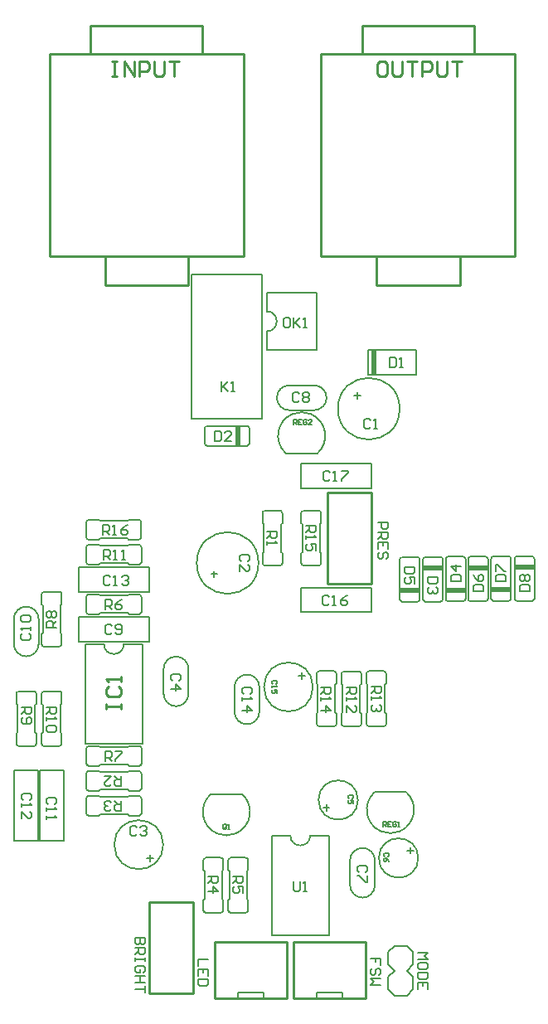
<source format=gto>
G04*
G04 #@! TF.GenerationSoftware,Altium Limited,Altium Designer,19.0.9 (268)*
G04*
G04 Layer_Color=65535*
%FSLAX25Y25*%
%MOIN*%
G70*
G01*
G75*
%ADD10C,0.00600*%
%ADD11C,0.01000*%
%ADD12C,0.00500*%
%ADD13C,0.00787*%
%ADD14C,0.00800*%
%ADD15R,0.02000X0.08000*%
%ADD16R,0.08000X0.02000*%
%ADD17R,0.02000X0.10000*%
D10*
X84500Y37737D02*
G03*
X85500Y36737I1000J0D01*
G01*
X91500D02*
G03*
X92500Y37737I0J1000D01*
G01*
Y57863D02*
G03*
X91500Y58863I-1000J0D01*
G01*
X85500D02*
G03*
X84500Y57863I0J-1000D01*
G01*
X146606Y82072D02*
G03*
X146606Y82072I-7906J0D01*
G01*
X119032Y248800D02*
G03*
X114032Y243800I0J-5000D01*
G01*
D02*
G03*
X119032Y238800I5000J0D01*
G01*
X129032D02*
G03*
X134032Y243800I0J5000D01*
G01*
D02*
G03*
X129032Y248800I-5000J0D01*
G01*
X37420Y187720D02*
G03*
X38420Y186720I1000J0D01*
G01*
Y194720D02*
G03*
X37420Y193720I0J-1000D01*
G01*
X59546D02*
G03*
X58546Y194720I-1000J0D01*
G01*
Y186720D02*
G03*
X59546Y187720I0J1000D01*
G01*
X110000Y270500D02*
G03*
X110000Y278500I0J4000D01*
G01*
X120185Y237200D02*
G03*
X117579Y221500I3816J-8700D01*
G01*
X127816Y237200D02*
G03*
X120184Y237200I-3816J-8701D01*
G01*
X130421Y221500D02*
G03*
X127815Y237200I-6422J7000D01*
G01*
X128543Y127500D02*
G03*
X128543Y127500I-9843J0D01*
G01*
X102000Y112503D02*
G03*
X107000Y117503I0J5000D01*
G01*
X97000D02*
G03*
X102000Y112503I5000J0D01*
G01*
Y132503D02*
G03*
X97000Y127503I0J-5000D01*
G01*
X107000D02*
G03*
X102000Y132503I-5000J0D01*
G01*
X97577Y68606D02*
G03*
X100183Y84306I-3816J8700D01*
G01*
X89946Y68606D02*
G03*
X97578Y68606I3816J8701D01*
G01*
X87341Y84306D02*
G03*
X89947Y68606I6422J-7000D01*
G01*
X101500Y36743D02*
G03*
X102500Y37743I0J1000D01*
G01*
X94500D02*
G03*
X95500Y36743I1000J0D01*
G01*
Y58869D02*
G03*
X94500Y57869I0J-1000D01*
G01*
X102500D02*
G03*
X101500Y58869I-1000J0D01*
G01*
X103000Y231500D02*
G03*
X102000Y232500I-1000J0D01*
G01*
Y224500D02*
G03*
X103000Y225500I0J1000D01*
G01*
X85000D02*
G03*
X86000Y224500I1000J0D01*
G01*
Y232500D02*
G03*
X85000Y231500I0J-1000D01*
G01*
X190916Y162920D02*
G03*
X191916Y161920I1000J0D01*
G01*
X197915D02*
G03*
X198916Y162920I0J1000D01*
G01*
Y178920D02*
G03*
X197915Y179920I-1000J0D01*
G01*
X191916D02*
G03*
X190916Y178920I0J-1000D01*
G01*
X18275Y154813D02*
G03*
X13275Y159813I-5000J0D01*
G01*
D02*
G03*
X8275Y154813I0J-5000D01*
G01*
Y144813D02*
G03*
X13275Y139813I5000J0D01*
G01*
D02*
G03*
X18275Y144813I0J5000D01*
G01*
X37437Y76769D02*
G03*
X38437Y75769I1000J0D01*
G01*
Y83769D02*
G03*
X37437Y82769I0J-1000D01*
G01*
X59563D02*
G03*
X58563Y83769I-1000J0D01*
G01*
Y75769D02*
G03*
X59563Y76769I0J1000D01*
G01*
X38437Y93768D02*
G03*
X37437Y92768I0J-1000D01*
G01*
X59563D02*
G03*
X58563Y93768I-1000J0D01*
G01*
X37437Y86768D02*
G03*
X38437Y85768I1000J0D01*
G01*
X58563D02*
G03*
X59563Y86768I0J1000D01*
G01*
X153266Y85184D02*
G03*
X155871Y69484I6422J-7000D01*
G01*
X155870Y69484D02*
G03*
X163503Y69484I3816J8701D01*
G01*
X163502Y69484D02*
G03*
X166107Y85184I-3816J8700D01*
G01*
X119462Y67806D02*
G03*
X127462Y67806I4000J0D01*
G01*
X170868Y58746D02*
G03*
X170868Y58746I-7906J0D01*
G01*
X143462Y47806D02*
G03*
X148462Y42806I5000J0D01*
G01*
D02*
G03*
X153462Y47806I0J5000D01*
G01*
Y57806D02*
G03*
X148462Y62806I-5000J0D01*
G01*
D02*
G03*
X143462Y57806I0J-5000D01*
G01*
X68343Y64110D02*
G03*
X68343Y64110I-9843J0D01*
G01*
X78520Y134769D02*
G03*
X73520Y139769I-5000J0D01*
G01*
Y119769D02*
G03*
X78520Y124769I0J5000D01*
G01*
X73520Y139769D02*
G03*
X68520Y134769I0J-5000D01*
G01*
Y124769D02*
G03*
X73520Y119769I5000J0D01*
G01*
X131000Y133863D02*
G03*
X130000Y132863I0J-1000D01*
G01*
X138000D02*
G03*
X137000Y133863I-1000J0D01*
G01*
X130000Y112737D02*
G03*
X131000Y111737I1000J0D01*
G01*
X137000D02*
G03*
X138000Y112737I0J1000D01*
G01*
X58637Y95766D02*
G03*
X59637Y96766I0J1000D01*
G01*
Y102766D02*
G03*
X58637Y103766I-1000J0D01*
G01*
X38511D02*
G03*
X37511Y102766I0J-1000D01*
G01*
Y96766D02*
G03*
X38511Y95766I1000J0D01*
G01*
X208189Y179077D02*
G03*
X207189Y180077I-1000J0D01*
G01*
X201189D02*
G03*
X200189Y179077I0J-1000D01*
G01*
Y163077D02*
G03*
X201189Y162077I1000J0D01*
G01*
X207189D02*
G03*
X208189Y163077I0J1000D01*
G01*
X163402Y239366D02*
G03*
X163402Y239366I-12402J0D01*
G01*
X106640Y177351D02*
G03*
X106640Y177351I-12402J0D01*
G01*
X44517Y144769D02*
G03*
X52517Y144769I4000J0D01*
G01*
X170519Y161800D02*
G03*
X171519Y162800I0J1000D01*
G01*
X163519D02*
G03*
X164519Y161800I1000J0D01*
G01*
Y179800D02*
G03*
X163519Y178800I0J-1000D01*
G01*
X171519D02*
G03*
X170519Y179800I-1000J0D01*
G01*
X188917Y161920D02*
G03*
X189917Y162920I0J1000D01*
G01*
X181917D02*
G03*
X182917Y161920I1000J0D01*
G01*
Y179920D02*
G03*
X181917Y178920I0J-1000D01*
G01*
X189917D02*
G03*
X188917Y179920I-1000J0D01*
G01*
X173788Y179820D02*
G03*
X172788Y178820I0J-1000D01*
G01*
X180788D02*
G03*
X179788Y179820I-1000J0D01*
G01*
Y161820D02*
G03*
X180788Y162820I0J1000D01*
G01*
X172788D02*
G03*
X173788Y161820I1000J0D01*
G01*
X210576Y180077D02*
G03*
X209576Y179077I0J-1000D01*
G01*
X217576D02*
G03*
X216576Y180077I-1000J0D01*
G01*
Y162077D02*
G03*
X217576Y163077I0J1000D01*
G01*
X209576D02*
G03*
X210576Y162077I1000J0D01*
G01*
X26519Y103706D02*
G03*
X27519Y104706I0J1000D01*
G01*
X19519D02*
G03*
X20519Y103706I1000J0D01*
G01*
Y125832D02*
G03*
X19519Y124832I0J-1000D01*
G01*
X27519D02*
G03*
X26519Y125832I-1000J0D01*
G01*
X16275Y103706D02*
G03*
X17275Y104706I0J1000D01*
G01*
X9275D02*
G03*
X10275Y103706I1000J0D01*
G01*
Y125832D02*
G03*
X9275Y124832I0J-1000D01*
G01*
X17275D02*
G03*
X16275Y125832I-1000J0D01*
G01*
X157000Y111737D02*
G03*
X158000Y112737I0J1000D01*
G01*
X150000D02*
G03*
X151000Y111737I1000J0D01*
G01*
Y133863D02*
G03*
X150000Y132863I0J-1000D01*
G01*
X158000D02*
G03*
X157000Y133863I-1000J0D01*
G01*
X124854Y198449D02*
G03*
X123854Y197449I0J-1000D01*
G01*
X131854D02*
G03*
X130854Y198449I-1000J0D01*
G01*
Y176323D02*
G03*
X131854Y177323I0J1000D01*
G01*
X123854D02*
G03*
X124854Y176323I1000J0D01*
G01*
X147000Y111706D02*
G03*
X148000Y112706I0J1000D01*
G01*
X140000D02*
G03*
X141000Y111706I1000J0D01*
G01*
Y133832D02*
G03*
X140000Y132832I0J-1000D01*
G01*
X148000D02*
G03*
X147000Y133832I-1000J0D01*
G01*
X26519Y143707D02*
G03*
X27519Y144707I0J1000D01*
G01*
X19519D02*
G03*
X20519Y143707I1000J0D01*
G01*
Y165833D02*
G03*
X19519Y164833I0J-1000D01*
G01*
X27519D02*
G03*
X26519Y165833I-1000J0D01*
G01*
X37437Y157740D02*
G03*
X38437Y156740I1000J0D01*
G01*
Y164740D02*
G03*
X37437Y163740I0J-1000D01*
G01*
X59563D02*
G03*
X58563Y164740I-1000J0D01*
G01*
Y156740D02*
G03*
X59563Y157740I0J1000D01*
G01*
X37437Y177720D02*
G03*
X38437Y176720I1000J0D01*
G01*
Y184720D02*
G03*
X37437Y183720I0J-1000D01*
G01*
X59563D02*
G03*
X58563Y184720I-1000J0D01*
G01*
Y176720D02*
G03*
X59563Y177720I0J1000D01*
G01*
X109238Y198468D02*
G03*
X108238Y197468I0J-1000D01*
G01*
X116238D02*
G03*
X115238Y198468I-1000J0D01*
G01*
Y176342D02*
G03*
X116238Y177342I0J1000D01*
G01*
X108238D02*
G03*
X109238Y176342I1000J0D01*
G01*
X84500Y53863D02*
X85000Y53363D01*
X92000D02*
X92500Y53863D01*
X84500Y41737D02*
X85000Y42237D01*
X92000D02*
X92500Y41737D01*
X84500Y53863D02*
Y57863D01*
X92500Y53863D02*
Y57863D01*
X84500Y37737D02*
Y41737D01*
X92500Y37737D02*
Y41737D01*
X85000Y42237D02*
Y53363D01*
X92000Y42237D02*
Y53363D01*
X85500Y58863D02*
X91500D01*
X85500Y36737D02*
X91500D01*
X133900Y80203D02*
X133928Y77738D01*
X132642Y78987D02*
X135142D01*
X119032Y248800D02*
X129032D01*
X119032Y238800D02*
X126532D01*
X129032D01*
X59546Y187720D02*
Y193720D01*
X37420Y187720D02*
Y193720D01*
X42920Y194220D02*
X54046D01*
X42920Y187220D02*
X54046D01*
X54546Y194720D02*
X58546D01*
X54546Y186720D02*
X58546D01*
X38420Y194720D02*
X42420D01*
X38420Y186720D02*
X42420D01*
X54046Y194220D02*
X54546Y194720D01*
X54046Y187220D02*
X54546Y186720D01*
X42420Y194720D02*
X42920Y194220D01*
X42420Y186720D02*
X42920Y187220D01*
X110000Y286000D02*
X130000D01*
X110000Y263000D02*
X130000D01*
Y286000D01*
X110000Y263000D02*
Y270500D01*
Y278500D02*
Y286000D01*
X117579Y221500D02*
X130421D01*
X124100Y130700D02*
Y133300D01*
X122800Y132000D02*
X125300D01*
X97000Y117503D02*
Y120003D01*
Y127503D01*
X107000Y117503D02*
Y127503D01*
X87341Y84306D02*
X100183D01*
X95500Y58869D02*
X101500D01*
X95500Y36743D02*
X101500D01*
X95000Y42243D02*
Y53369D01*
X102000Y42243D02*
Y53369D01*
X94500Y53869D02*
Y57869D01*
X102500Y53869D02*
Y57869D01*
X94500Y37743D02*
Y41743D01*
X102500Y37743D02*
Y41743D01*
X94500Y53869D02*
X95000Y53369D01*
X102000D02*
X102500Y53869D01*
X94500Y41743D02*
X95000Y42243D01*
X102000D02*
X102500Y41743D01*
X103000Y225500D02*
Y231500D01*
X86000Y224500D02*
X102000D01*
X86000Y232500D02*
X102000D01*
X85000Y225500D02*
Y231500D01*
X191916Y161920D02*
X197915D01*
X190916Y162920D02*
Y178920D01*
X198916Y162920D02*
Y178920D01*
X191916Y179920D02*
X197915D01*
X18275Y144813D02*
Y154813D01*
X8275Y147313D02*
Y154813D01*
Y144813D02*
Y147313D01*
X59563Y76769D02*
Y82769D01*
X37437Y76769D02*
Y82769D01*
X42937Y83269D02*
X54063D01*
X42937Y76269D02*
X54063D01*
X54563Y83769D02*
X58563D01*
X54563Y75769D02*
X58563D01*
X38437Y83769D02*
X42437D01*
X38437Y75769D02*
X42437D01*
X54063Y83269D02*
X54563Y83769D01*
X54063Y76269D02*
X54563Y75769D01*
X42437Y83769D02*
X42937Y83269D01*
X42437Y75769D02*
X42937Y76269D01*
X38437Y93768D02*
X42437D01*
X42937Y93268D01*
X54063D01*
X54563Y93768D02*
X58563D01*
X54063Y93268D02*
X54563Y93768D01*
X59563Y86768D02*
Y92768D01*
X37437Y86768D02*
Y92768D01*
X38437Y85768D02*
X42437D01*
X42937Y86268D01*
X54063D01*
X54563Y85768D01*
X58563D01*
X153266Y85184D02*
X166107D01*
X134962Y27806D02*
Y67806D01*
X127462D02*
X134962D01*
X111962D02*
X119462D01*
X111962Y27806D02*
Y67806D01*
Y27806D02*
X134962D01*
X166520Y61831D02*
X169020D01*
X167734Y63079D02*
X167762Y60614D01*
X143462Y47806D02*
Y57806D01*
X153462Y47806D02*
Y55306D01*
Y57806D01*
X63000Y57510D02*
Y60010D01*
X61700Y58710D02*
X64300D01*
X78520Y124769D02*
Y134769D01*
X68520Y127269D02*
Y134769D01*
Y124769D02*
Y127269D01*
X131000Y133863D02*
X137000D01*
X130000Y128863D02*
Y132863D01*
Y128863D02*
X130500Y128363D01*
Y117237D02*
Y128363D01*
X138000Y128863D02*
Y132863D01*
X137500Y117237D02*
Y128363D01*
X138000Y128863D01*
X130000Y112737D02*
Y116737D01*
X130500Y117237D01*
X137500D02*
X138000Y116737D01*
Y112737D02*
Y116737D01*
X131000Y111737D02*
X137000D01*
X42511Y95766D02*
X43011Y96266D01*
X42511Y103766D02*
X43011Y103266D01*
X54137Y96266D02*
X54637Y95766D01*
X54137Y103266D02*
X54637Y103766D01*
X38511Y95766D02*
X42511D01*
X38511Y103766D02*
X42511D01*
X54637Y95766D02*
X58637D01*
X54637Y103766D02*
X58637D01*
X43011Y96266D02*
X54137D01*
X43011Y103266D02*
X54137D01*
X37511Y96766D02*
Y102766D01*
X59637Y96766D02*
Y102766D01*
X201189Y180077D02*
X207189D01*
X208189Y163077D02*
Y179077D01*
X200189Y163077D02*
Y179077D01*
X201189Y162077D02*
X207189D01*
X145200Y244766D02*
X147800D01*
X146500Y243466D02*
Y245966D01*
X88838Y171552D02*
Y174152D01*
X87638Y172852D02*
X90138D01*
X150669Y263000D02*
X154669D01*
X154069D02*
X170019D01*
X150669Y253000D02*
Y263000D01*
X170019Y253000D02*
Y263000D01*
X150719Y253000D02*
X170019D01*
X37017Y104769D02*
X60017D01*
X37017D02*
Y144769D01*
X44517D01*
X52517D02*
X60017D01*
Y104769D02*
Y144769D01*
X164519Y161800D02*
X170519D01*
X163519Y162800D02*
Y178800D01*
X171519Y162800D02*
Y178800D01*
X164519Y179800D02*
X170519D01*
X182917Y161920D02*
X188917D01*
X181917Y162920D02*
Y178920D01*
X189917Y162920D02*
Y178920D01*
X182917Y179920D02*
X188917D01*
X173788Y179820D02*
X179788D01*
X180788Y162820D02*
Y178820D01*
X172788Y162820D02*
Y178820D01*
X173788Y161820D02*
X179788D01*
X210576Y180077D02*
X216576D01*
X217576Y163077D02*
Y179077D01*
X209576Y163077D02*
Y179077D01*
X210576Y162077D02*
X216576D01*
X8393Y65664D02*
X18157D01*
X8393D02*
Y93876D01*
X18157D01*
Y65664D02*
Y93876D01*
X18637Y65664D02*
X28401D01*
X18637D02*
Y93876D01*
X28401D01*
Y65664D02*
Y93876D01*
X151931Y207469D02*
Y217233D01*
X123720Y207469D02*
X151931D01*
X123720D02*
Y217233D01*
X151931D01*
X123720Y157524D02*
Y167288D01*
X151931D01*
Y157524D02*
Y167288D01*
X123720Y157524D02*
X151931D01*
X62606Y165840D02*
Y175604D01*
X34394Y165840D02*
X62606D01*
X34394D02*
Y175604D01*
X62606D01*
X62605Y145748D02*
Y155512D01*
X34393Y145748D02*
X62605D01*
X34393D02*
Y155512D01*
X62605D01*
X20519Y125832D02*
X26519D01*
X20519Y103706D02*
X26519D01*
X20019Y109206D02*
Y120332D01*
X27019Y109206D02*
Y120332D01*
X19519Y120832D02*
Y124832D01*
X27519Y120832D02*
Y124832D01*
X19519Y104706D02*
Y108706D01*
X27519Y104706D02*
Y108706D01*
X19519Y120832D02*
X20019Y120332D01*
X27019D02*
X27519Y120832D01*
X19519Y108706D02*
X20019Y109206D01*
X27019D02*
X27519Y108706D01*
X10275Y125832D02*
X16275D01*
X10275Y103706D02*
X16275D01*
X9775Y109206D02*
Y120332D01*
X16775Y109206D02*
Y120332D01*
X9275Y120832D02*
Y124832D01*
X17275Y120832D02*
Y124832D01*
X9275Y104706D02*
Y108706D01*
X17275Y104706D02*
Y108706D01*
X9275Y120832D02*
X9775Y120332D01*
X16775D02*
X17275Y120832D01*
X9275Y108706D02*
X9775Y109206D01*
X16775D02*
X17275Y108706D01*
X151000Y133863D02*
X157000D01*
X151000Y111737D02*
X157000D01*
X150500Y117237D02*
Y128363D01*
X157500Y117237D02*
Y128363D01*
X150000Y128863D02*
Y132863D01*
X158000Y128863D02*
Y132863D01*
X150000Y112737D02*
Y116737D01*
X158000Y112737D02*
Y116737D01*
X150000Y128863D02*
X150500Y128363D01*
X157500D02*
X158000Y128863D01*
X150000Y116737D02*
X150500Y117237D01*
X157500D02*
X158000Y116737D01*
X124854Y176323D02*
X130854D01*
X124854Y198449D02*
X130854D01*
X131354Y181823D02*
Y192949D01*
X124354Y181823D02*
Y192949D01*
X131854Y177323D02*
Y181323D01*
X123854Y177323D02*
Y181323D01*
X131854Y193449D02*
Y197449D01*
X123854Y193449D02*
Y197449D01*
X131354Y181823D02*
X131854Y181323D01*
X123854D02*
X124354Y181823D01*
X131354Y192949D02*
X131854Y193449D01*
X123854D02*
X124354Y192949D01*
X141000Y133832D02*
X147000D01*
X141000Y111706D02*
X147000D01*
X140500Y117206D02*
Y128332D01*
X147500Y117206D02*
Y128332D01*
X140000Y128832D02*
Y132832D01*
X148000Y128832D02*
Y132832D01*
X140000Y112706D02*
Y116706D01*
X148000Y112706D02*
Y116706D01*
X140000Y128832D02*
X140500Y128332D01*
X147500D02*
X148000Y128832D01*
X140000Y116706D02*
X140500Y117206D01*
X147500D02*
X148000Y116706D01*
X20519Y165833D02*
X26519D01*
X20519Y143707D02*
X26519D01*
X20019Y149207D02*
Y160333D01*
X27019Y149207D02*
Y160333D01*
X19519Y160833D02*
Y164833D01*
X27519Y160833D02*
Y164833D01*
X19519Y144707D02*
Y148707D01*
X27519Y144707D02*
Y148707D01*
X19519Y160833D02*
X20019Y160333D01*
X27019D02*
X27519Y160833D01*
X19519Y148707D02*
X20019Y149207D01*
X27019D02*
X27519Y148707D01*
X59563Y157740D02*
Y163740D01*
X37437Y157740D02*
Y163740D01*
X42937Y164240D02*
X54063D01*
X42937Y157240D02*
X54063D01*
X54563Y164740D02*
X58563D01*
X54563Y156740D02*
X58563D01*
X38437Y164740D02*
X42437D01*
X38437Y156740D02*
X42437D01*
X54063Y164240D02*
X54563Y164740D01*
X54063Y157240D02*
X54563Y156740D01*
X42437Y164740D02*
X42937Y164240D01*
X42437Y156740D02*
X42937Y157240D01*
X59563Y177720D02*
Y183720D01*
X37437Y177720D02*
Y183720D01*
X42937Y184220D02*
X54063D01*
X42937Y177220D02*
X54063D01*
X54563Y184720D02*
X58563D01*
X54563Y176720D02*
X58563D01*
X38437Y184720D02*
X42437D01*
X38437Y176720D02*
X42437D01*
X54063Y184220D02*
X54563Y184720D01*
X54063Y177220D02*
X54563Y176720D01*
X42437Y184720D02*
X42937Y184220D01*
X42437Y176720D02*
X42937Y177220D01*
X109238Y176342D02*
X115238D01*
X109238Y198468D02*
X115238D01*
X115738Y181842D02*
Y192968D01*
X108738Y181842D02*
Y192968D01*
X116238Y177342D02*
Y181342D01*
X108238Y177342D02*
Y181342D01*
X116238Y193468D02*
Y197468D01*
X108238Y193468D02*
Y197468D01*
X115738Y181842D02*
X116238Y181342D01*
X108238D02*
X108738Y181842D01*
X115738Y192968D02*
X116238Y193468D01*
X108238D02*
X108738Y192968D01*
X144366Y82567D02*
X144699Y82900D01*
Y83567D01*
X144366Y83900D01*
X143033D01*
X142700Y83567D01*
Y82900D01*
X143033Y82567D01*
X144699Y80568D02*
Y81901D01*
X143700D01*
X144033Y81234D01*
Y80901D01*
X143700Y80568D01*
X143033D01*
X142700Y80901D01*
Y81567D01*
X143033Y81901D01*
X93799Y70833D02*
Y72166D01*
X93466Y72499D01*
X92799D01*
X92466Y72166D01*
Y70833D01*
X92799Y70500D01*
X93466D01*
X93133Y71166D02*
X93799Y70500D01*
X93466D02*
X93799Y70833D01*
X94466Y70500D02*
X95132D01*
X94799D01*
Y72499D01*
X94466Y72166D01*
X120762Y233095D02*
Y235094D01*
X121762D01*
X122095Y234761D01*
Y234094D01*
X121762Y233761D01*
X120762D01*
X121428D02*
X122095Y233095D01*
X124094Y235094D02*
X122761D01*
Y233095D01*
X124094D01*
X122761Y234094D02*
X123428D01*
X126094Y234761D02*
X125760Y235094D01*
X125094D01*
X124761Y234761D01*
Y233428D01*
X125094Y233095D01*
X125760D01*
X126094Y233428D01*
Y234094D01*
X125427D01*
X128093Y233095D02*
X126760D01*
X128093Y234427D01*
Y234761D01*
X127760Y235094D01*
X127093D01*
X126760Y234761D01*
X113685Y128667D02*
X114018Y129000D01*
Y129667D01*
X113685Y130000D01*
X112352D01*
X112019Y129667D01*
Y129000D01*
X112352Y128667D01*
X112019Y128001D02*
Y127334D01*
Y127667D01*
X114018D01*
X113685Y128001D01*
X114018Y125002D02*
Y126335D01*
X113019D01*
X113352Y125668D01*
Y125335D01*
X113019Y125002D01*
X112352D01*
X112019Y125335D01*
Y126001D01*
X112352Y126335D01*
X156576Y71378D02*
Y73377D01*
X157576D01*
X157909Y73044D01*
Y72377D01*
X157576Y72044D01*
X156576D01*
X157243D02*
X157909Y71378D01*
X159908Y73377D02*
X158576D01*
Y71378D01*
X159908D01*
X158576Y72377D02*
X159242D01*
X161908Y73044D02*
X161575Y73377D01*
X160908D01*
X160575Y73044D01*
Y71711D01*
X160908Y71378D01*
X161575D01*
X161908Y71711D01*
Y72377D01*
X161241D01*
X162574Y71378D02*
X163241D01*
X162908D01*
Y73377D01*
X162574Y73044D01*
X158628Y59473D02*
X158961Y59806D01*
Y60473D01*
X158628Y60806D01*
X157295D01*
X156962Y60473D01*
Y59806D01*
X157295Y59473D01*
X158961Y57474D02*
X158628Y58140D01*
X157962Y58807D01*
X157295D01*
X156962Y58473D01*
Y57807D01*
X157295Y57474D01*
X157628D01*
X157962Y57807D01*
Y58807D01*
D11*
X80458Y4493D02*
Y41107D01*
X62742D02*
X80458D01*
X62742Y4493D02*
Y41107D01*
Y4493D02*
X80458D01*
X149819Y2318D02*
Y24956D01*
X120685Y2318D02*
X149819D01*
X120685D02*
Y24956D01*
X149819D01*
X118067Y2318D02*
Y24956D01*
X88933Y2318D02*
X118067D01*
X88933D02*
Y24956D01*
X118067D01*
X151983Y169099D02*
Y205713D01*
X134267D02*
X151983D01*
X134267Y169099D02*
Y205713D01*
Y169099D02*
X151983D01*
X131860Y381848D02*
X148419D01*
Y393462D01*
Y381848D02*
X193301D01*
X148419Y393462D02*
X193301D01*
Y381848D02*
Y393462D01*
Y381848D02*
X209860D01*
Y300746D02*
Y381848D01*
X187592Y300746D02*
X209860D01*
X154128D02*
X187592D01*
Y288935D02*
Y300746D01*
X154128Y288935D02*
X187592D01*
X154128D02*
Y300746D01*
X131860D02*
X154128D01*
X131860D02*
Y381848D01*
X22641D02*
X39200D01*
Y393462D01*
Y381848D02*
X84082D01*
X39200Y393462D02*
X84082D01*
Y381848D02*
Y393462D01*
Y381848D02*
X100641D01*
Y300746D02*
Y381848D01*
X78373Y300746D02*
X100641D01*
X44909D02*
X78373D01*
Y288935D02*
Y300746D01*
X44909Y288935D02*
X78373D01*
X44909D02*
Y300746D01*
X22641D02*
X44909D01*
X22641D02*
Y381848D01*
X157359Y379098D02*
X155360D01*
X154360Y378098D01*
Y374100D01*
X155360Y373100D01*
X157359D01*
X158359Y374100D01*
Y378098D01*
X157359Y379098D01*
X160358D02*
Y374100D01*
X161358Y373100D01*
X163357D01*
X164357Y374100D01*
Y379098D01*
X166356D02*
X170355D01*
X168356D01*
Y373100D01*
X172354D02*
Y379098D01*
X175353D01*
X176353Y378098D01*
Y376099D01*
X175353Y375099D01*
X172354D01*
X178352Y379098D02*
Y374100D01*
X179352Y373100D01*
X181351D01*
X182351Y374100D01*
Y379098D01*
X184350D02*
X188349D01*
X186350D01*
Y373100D01*
X47641Y379098D02*
X49640D01*
X48641D01*
Y373100D01*
X47641D01*
X49640D01*
X52639D02*
Y379098D01*
X56638Y373100D01*
Y379098D01*
X58637Y373100D02*
Y379098D01*
X61637D01*
X62636Y378098D01*
Y376099D01*
X61637Y375099D01*
X58637D01*
X64635Y379098D02*
Y374100D01*
X65635Y373100D01*
X67634D01*
X68634Y374100D01*
Y379098D01*
X70634D02*
X74632D01*
X72633D01*
Y373100D01*
X45519Y118769D02*
Y120768D01*
Y119769D01*
X51517D01*
Y118769D01*
Y120768D01*
X46519Y127766D02*
X45519Y126766D01*
Y124767D01*
X46519Y123767D01*
X50517D01*
X51517Y124767D01*
Y126766D01*
X50517Y127766D01*
X51517Y129765D02*
Y131765D01*
Y130765D01*
X45519D01*
X46519Y129765D01*
D12*
X158847Y16000D02*
Y21000D01*
X168847Y16000D02*
Y21000D01*
X158847Y6000D02*
Y11000D01*
X168847Y6000D02*
Y11000D01*
X161347Y23500D02*
X166347D01*
X161347Y3500D02*
X166347D01*
X158847Y21000D02*
X161347Y23500D01*
X166347D02*
X168847Y21000D01*
X158847Y11000D02*
X161347Y13500D01*
X158847Y6000D02*
X161347Y3500D01*
X166347Y13500D02*
X168847Y16000D01*
X166347Y3500D02*
X168847Y6000D01*
X166347Y13500D02*
X168847Y11000D01*
X158847Y16000D02*
X161347Y13500D01*
D13*
X130134Y2545D02*
Y4513D01*
X140370D01*
Y2545D02*
Y4513D01*
X98382Y2545D02*
Y4513D01*
X108618D01*
Y2545D02*
Y4513D01*
D14*
X79827Y235350D02*
Y293224D01*
Y235350D02*
X108173D01*
Y293224D01*
X79827D02*
X108173D01*
X60899Y26600D02*
X56900D01*
Y24601D01*
X57566Y23934D01*
X58233D01*
X58899Y24601D01*
Y26600D01*
Y24601D01*
X59566Y23934D01*
X60232D01*
X60899Y24601D01*
Y26600D01*
X56900Y22601D02*
X60899D01*
Y20602D01*
X60232Y19936D01*
X58899D01*
X58233Y20602D01*
Y22601D01*
Y21268D02*
X56900Y19936D01*
X60899Y18603D02*
Y17270D01*
Y17936D01*
X56900D01*
Y18603D01*
Y17270D01*
X60232Y12605D02*
X60899Y13271D01*
Y14604D01*
X60232Y15270D01*
X57566D01*
X56900Y14604D01*
Y13271D01*
X57566Y12605D01*
X58899D01*
Y13937D01*
X60899Y11272D02*
X56900D01*
X58899D01*
Y8606D01*
X60899D01*
X56900D01*
X60899Y7273D02*
Y4607D01*
Y5940D01*
X56900D01*
X122960Y245332D02*
X122293Y245999D01*
X120960D01*
X120294Y245332D01*
Y242666D01*
X120960Y242000D01*
X122293D01*
X122960Y242666D01*
X124293Y245332D02*
X124959Y245999D01*
X126292D01*
X126959Y245332D01*
Y244666D01*
X126292Y243999D01*
X126959Y243333D01*
Y242666D01*
X126292Y242000D01*
X124959D01*
X124293Y242666D01*
Y243333D01*
X124959Y243999D01*
X124293Y244666D01*
Y245332D01*
X124959Y243999D02*
X126292D01*
X96549Y51500D02*
X100548D01*
Y49501D01*
X99881Y48834D01*
X98548D01*
X97882Y49501D01*
Y51500D01*
Y50167D02*
X96549Y48834D01*
X100548Y44835D02*
Y47501D01*
X98548D01*
X99215Y46168D01*
Y45502D01*
X98548Y44835D01*
X97215D01*
X96549Y45502D01*
Y46835D01*
X97215Y47501D01*
X118599Y275899D02*
X117266D01*
X116600Y275232D01*
Y272566D01*
X117266Y271900D01*
X118599D01*
X119266Y272566D01*
Y275232D01*
X118599Y275899D01*
X120599D02*
Y271900D01*
Y273233D01*
X123265Y275899D01*
X121265Y273899D01*
X123265Y271900D01*
X124597D02*
X125930D01*
X125264D01*
Y275899D01*
X124597Y275232D01*
X170847Y20568D02*
X174846D01*
X173513Y19235D01*
X174846Y17902D01*
X170847D01*
X174846Y14570D02*
Y15902D01*
X174179Y16569D01*
X171513D01*
X170847Y15902D01*
Y14570D01*
X171513Y13903D01*
X174179D01*
X174846Y14570D01*
Y12570D02*
X170847D01*
Y10571D01*
X171513Y9905D01*
X174179D01*
X174846Y10571D01*
Y12570D01*
Y5906D02*
Y8572D01*
X170847D01*
Y5906D01*
X172846Y8572D02*
Y7239D01*
X88900Y230399D02*
Y226400D01*
X90899D01*
X91566Y227066D01*
Y229732D01*
X90899Y230399D01*
X88900D01*
X95565Y226400D02*
X92899D01*
X95565Y229066D01*
Y229732D01*
X94898Y230399D01*
X93565D01*
X92899Y229732D01*
X86412Y51494D02*
X90411D01*
Y49495D01*
X89744Y48828D01*
X88411D01*
X87745Y49495D01*
Y51494D01*
Y50161D02*
X86412Y48828D01*
Y45496D02*
X90411D01*
X88411Y47495D01*
Y44829D01*
X86499Y18000D02*
X82500D01*
Y15334D01*
X86499Y11336D02*
Y14001D01*
X82500D01*
Y11336D01*
X84499Y14001D02*
Y12668D01*
X86499Y10003D02*
X82500D01*
Y8003D01*
X83166Y7337D01*
X85832D01*
X86499Y8003D01*
Y10003D01*
X155838Y15834D02*
Y18500D01*
X153838D01*
Y17167D01*
Y18500D01*
X151839D01*
X155171Y11835D02*
X155838Y12502D01*
Y13835D01*
X155171Y14501D01*
X154505D01*
X153838Y13835D01*
Y12502D01*
X153172Y11835D01*
X152505D01*
X151839Y12502D01*
Y13835D01*
X152505Y14501D01*
X155838Y10503D02*
X151839D01*
X153172Y9170D01*
X151839Y7837D01*
X155838D01*
X103414Y124834D02*
X104080Y125501D01*
Y126833D01*
X103414Y127500D01*
X100748D01*
X100081Y126833D01*
Y125501D01*
X100748Y124834D01*
X100081Y123501D02*
Y122168D01*
Y122835D01*
X104080D01*
X103414Y123501D01*
X100081Y118170D02*
X104080D01*
X102081Y120169D01*
Y117503D01*
X44200Y188800D02*
Y192799D01*
X46199D01*
X46866Y192132D01*
Y190799D01*
X46199Y190133D01*
X44200D01*
X45533D02*
X46866Y188800D01*
X48199D02*
X49532D01*
X48865D01*
Y192799D01*
X48199Y192132D01*
X54197Y192799D02*
X52864Y192132D01*
X51531Y190799D01*
Y189467D01*
X52197Y188800D01*
X53530D01*
X54197Y189467D01*
Y190133D01*
X53530Y190799D01*
X51531D01*
X154800Y193800D02*
X158799D01*
Y191801D01*
X158132Y191134D01*
X156799D01*
X156133Y191801D01*
Y193800D01*
X154800Y189801D02*
X158799D01*
Y187802D01*
X158132Y187136D01*
X156799D01*
X156133Y187802D01*
Y189801D01*
Y188468D02*
X154800Y187136D01*
X158799Y183137D02*
Y185803D01*
X154800D01*
Y183137D01*
X156799Y185803D02*
Y184470D01*
X158132Y179138D02*
X158799Y179805D01*
Y181137D01*
X158132Y181804D01*
X157466D01*
X156799Y181137D01*
Y179805D01*
X156133Y179138D01*
X155466D01*
X154800Y179805D01*
Y181137D01*
X155466Y181804D01*
X11743Y149151D02*
X11076Y148484D01*
Y147151D01*
X11743Y146485D01*
X14409D01*
X15075Y147151D01*
Y148484D01*
X14409Y149151D01*
X15075Y150484D02*
Y151816D01*
Y151150D01*
X11076D01*
X11743Y150484D01*
Y153816D02*
X11076Y154482D01*
Y155815D01*
X11743Y156482D01*
X14409D01*
X15075Y155815D01*
Y154482D01*
X14409Y153816D01*
X11743D01*
X51500Y81769D02*
Y77770D01*
X49501D01*
X48834Y78437D01*
Y79770D01*
X49501Y80436D01*
X51500D01*
X50167D02*
X48834Y81769D01*
X47501Y78437D02*
X46835Y77770D01*
X45502D01*
X44835Y78437D01*
Y79103D01*
X45502Y79770D01*
X46168D01*
X45502D01*
X44835Y80436D01*
Y81103D01*
X45502Y81769D01*
X46835D01*
X47501Y81103D01*
X91750Y250365D02*
Y246366D01*
Y247699D01*
X94416Y250365D01*
X92416Y248365D01*
X94416Y246366D01*
X95749D02*
X97082D01*
X96415D01*
Y250365D01*
X95749Y249698D01*
X51500Y91768D02*
Y87769D01*
X49501D01*
X48834Y88436D01*
Y89769D01*
X49501Y90435D01*
X51500D01*
X50167D02*
X48834Y91768D01*
X44835D02*
X47501D01*
X44835Y89102D01*
Y88436D01*
X45502Y87769D01*
X46835D01*
X47501Y88436D01*
X45074Y97766D02*
Y101765D01*
X47073D01*
X47740Y101099D01*
Y99766D01*
X47073Y99099D01*
X45074D01*
X46407D02*
X47740Y97766D01*
X49073Y101765D02*
X51739D01*
Y101099D01*
X49073Y98433D01*
Y97766D01*
X74832Y130013D02*
X75499Y130679D01*
Y132012D01*
X74832Y132679D01*
X72166D01*
X71500Y132012D01*
Y130679D01*
X72166Y130013D01*
X71500Y126681D02*
X75499D01*
X73499Y128680D01*
Y126014D01*
X202190Y170077D02*
X206189D01*
Y172076D01*
X205523Y172742D01*
X202857D01*
X202190Y172076D01*
Y170077D01*
Y174075D02*
Y176741D01*
X202857D01*
X205523Y174075D01*
X206189D01*
X151666Y234698D02*
X150999Y235365D01*
X149667D01*
X149000Y234698D01*
Y232033D01*
X149667Y231366D01*
X150999D01*
X151666Y232033D01*
X152999Y231366D02*
X154332D01*
X153665D01*
Y235365D01*
X152999Y234698D01*
X159500Y259999D02*
Y256000D01*
X161499D01*
X162166Y256666D01*
Y259332D01*
X161499Y259999D01*
X159500D01*
X163499Y256000D02*
X164832D01*
X164165D01*
Y259999D01*
X163499Y259332D01*
X183918Y169920D02*
X187917D01*
Y171919D01*
X187250Y172585D01*
X184585D01*
X183918Y171919D01*
Y169920D01*
X187917Y175918D02*
X183918D01*
X185917Y173918D01*
Y176584D01*
X120600Y49200D02*
Y45868D01*
X121266Y45202D01*
X122599D01*
X123266Y45868D01*
Y49200D01*
X124599Y45202D02*
X125932D01*
X125265D01*
Y49200D01*
X124599Y48534D01*
X21519Y119320D02*
X25518D01*
Y117321D01*
X24851Y116654D01*
X23518D01*
X22852Y117321D01*
Y119320D01*
Y117987D02*
X21519Y116654D01*
Y115321D02*
Y113988D01*
Y114655D01*
X25518D01*
X24851Y115321D01*
Y111989D02*
X25518Y111322D01*
Y109990D01*
X24851Y109323D01*
X22185D01*
X21519Y109990D01*
Y111322D01*
X22185Y111989D01*
X24851D01*
X11275Y119269D02*
X15274D01*
Y117270D01*
X14607Y116603D01*
X13274D01*
X12608Y117270D01*
Y119269D01*
Y117936D02*
X11275Y116603D01*
X11942Y115270D02*
X11275Y114604D01*
Y113271D01*
X11942Y112604D01*
X14607D01*
X15274Y113271D01*
Y114604D01*
X14607Y115270D01*
X13941D01*
X13274Y114604D01*
Y112604D01*
X152000Y127800D02*
X155999D01*
Y125801D01*
X155332Y125134D01*
X153999D01*
X153333Y125801D01*
Y127800D01*
Y126467D02*
X152000Y125134D01*
Y123801D02*
Y122468D01*
Y123135D01*
X155999D01*
X155332Y123801D01*
Y120469D02*
X155999Y119803D01*
Y118470D01*
X155332Y117803D01*
X154666D01*
X153999Y118470D01*
Y119136D01*
Y118470D01*
X153333Y117803D01*
X152666D01*
X152000Y118470D01*
Y119803D01*
X152666Y120469D01*
X125800Y192400D02*
X129799D01*
Y190401D01*
X129132Y189734D01*
X127799D01*
X127133Y190401D01*
Y192400D01*
Y191067D02*
X125800Y189734D01*
Y188401D02*
Y187068D01*
Y187735D01*
X129799D01*
X129132Y188401D01*
X129799Y182403D02*
Y185069D01*
X127799D01*
X128466Y183736D01*
Y183070D01*
X127799Y182403D01*
X126467D01*
X125800Y183070D01*
Y184403D01*
X126467Y185069D01*
X142000Y127500D02*
X145999D01*
Y125501D01*
X145332Y124834D01*
X143999D01*
X143333Y125501D01*
Y127500D01*
Y126167D02*
X142000Y124834D01*
Y123501D02*
Y122168D01*
Y122835D01*
X145999D01*
X145332Y123501D01*
X142000Y117503D02*
Y120169D01*
X144666Y117503D01*
X145332D01*
X145999Y118170D01*
Y119503D01*
X145332Y120169D01*
X25519Y151270D02*
X21520D01*
Y153269D01*
X22187Y153936D01*
X23520D01*
X24186Y153269D01*
Y151270D01*
Y152603D02*
X25519Y153936D01*
X22187Y155269D02*
X21520Y155935D01*
Y157268D01*
X22187Y157934D01*
X22853D01*
X23520Y157268D01*
X24186Y157934D01*
X24852D01*
X25519Y157268D01*
Y155935D01*
X24852Y155269D01*
X24186D01*
X23520Y155935D01*
X22853Y155269D01*
X22187D01*
X23520Y155935D02*
Y157268D01*
X45000Y158740D02*
Y162739D01*
X46999D01*
X47666Y162072D01*
Y160740D01*
X46999Y160073D01*
X45000D01*
X46333D02*
X47666Y158740D01*
X51665Y162739D02*
X50332Y162072D01*
X48999Y160740D01*
Y159407D01*
X49665Y158740D01*
X50998D01*
X51665Y159407D01*
Y160073D01*
X50998Y160740D01*
X48999D01*
X131885Y127500D02*
X135884D01*
Y125501D01*
X135217Y124834D01*
X133884D01*
X133218Y125501D01*
Y127500D01*
Y126167D02*
X131885Y124834D01*
Y123501D02*
Y122168D01*
Y122835D01*
X135884D01*
X135217Y123501D01*
X131885Y118170D02*
X135884D01*
X133884Y120169D01*
Y117503D01*
X44500Y178720D02*
Y182719D01*
X46499D01*
X47166Y182053D01*
Y180720D01*
X46499Y180053D01*
X44500D01*
X45833D02*
X47166Y178720D01*
X48499D02*
X49832D01*
X49165D01*
Y182719D01*
X48499Y182053D01*
X51831Y178720D02*
X53164D01*
X52497D01*
Y182719D01*
X51831Y182053D01*
X110123Y189865D02*
X114121D01*
Y187866D01*
X113455Y187199D01*
X112122D01*
X111455Y187866D01*
Y189865D01*
Y188532D02*
X110123Y187199D01*
Y185866D02*
Y184533D01*
Y185200D01*
X114121D01*
X113455Y185866D01*
X192917Y165920D02*
X196915D01*
Y167919D01*
X196249Y168585D01*
X193583D01*
X192917Y167919D01*
Y165920D01*
Y172584D02*
X193583Y171251D01*
X194916Y169918D01*
X196249D01*
X196915Y170585D01*
Y171918D01*
X196249Y172584D01*
X195583D01*
X194916Y171918D01*
Y169918D01*
X169518Y175800D02*
X165519D01*
Y173801D01*
X166185Y173134D01*
X168851D01*
X169518Y173801D01*
Y175800D01*
Y169135D02*
Y171801D01*
X167518D01*
X168185Y170468D01*
Y169802D01*
X167518Y169135D01*
X166185D01*
X165519Y169802D01*
Y171135D01*
X166185Y171801D01*
X178786Y171820D02*
X174788D01*
Y169820D01*
X175454Y169154D01*
X178120D01*
X178786Y169820D01*
Y171820D01*
X178120Y167821D02*
X178786Y167154D01*
Y165822D01*
X178120Y165155D01*
X177453D01*
X176787Y165822D01*
Y166488D01*
Y165822D01*
X176120Y165155D01*
X175454D01*
X174788Y165822D01*
Y167154D01*
X175454Y167821D01*
X211578Y166077D02*
X215576D01*
Y168076D01*
X214910Y168743D01*
X212244D01*
X211578Y168076D01*
Y166077D01*
X212244Y170076D02*
X211578Y170742D01*
Y172075D01*
X212244Y172741D01*
X212911D01*
X213577Y172075D01*
X214244Y172741D01*
X214910D01*
X215576Y172075D01*
Y170742D01*
X214910Y170076D01*
X214244D01*
X213577Y170742D01*
X212911Y170076D01*
X212244D01*
X213577Y170742D02*
Y172075D01*
X14607Y82104D02*
X15274Y82771D01*
Y84104D01*
X14607Y84770D01*
X11942D01*
X11275Y84104D01*
Y82771D01*
X11942Y82104D01*
X11275Y80771D02*
Y79438D01*
Y80105D01*
X15274D01*
X14607Y80771D01*
X11275Y74773D02*
Y77439D01*
X13941Y74773D01*
X14607D01*
X15274Y75440D01*
Y76773D01*
X14607Y77439D01*
X24832Y80334D02*
X25499Y81001D01*
Y82334D01*
X24832Y83000D01*
X22166D01*
X21500Y82334D01*
Y81001D01*
X22166Y80334D01*
X21500Y79001D02*
Y77668D01*
Y78335D01*
X25499D01*
X24832Y79001D01*
X21500Y75669D02*
Y74336D01*
Y75003D01*
X25499D01*
X24832Y75669D01*
X135491Y213683D02*
X134825Y214349D01*
X133492D01*
X132826Y213683D01*
Y211017D01*
X133492Y210351D01*
X134825D01*
X135491Y211017D01*
X136824Y210351D02*
X138157D01*
X137491D01*
Y214349D01*
X136824Y213683D01*
X140156Y214349D02*
X142822D01*
Y213683D01*
X140156Y211017D01*
Y210351D01*
X135170Y163832D02*
X134504Y164499D01*
X133171D01*
X132504Y163832D01*
Y161167D01*
X133171Y160500D01*
X134504D01*
X135170Y161167D01*
X136503Y160500D02*
X137836D01*
X137170D01*
Y164499D01*
X136503Y163832D01*
X142501Y164499D02*
X141168Y163832D01*
X139835Y162499D01*
Y161167D01*
X140502Y160500D01*
X141835D01*
X142501Y161167D01*
Y161833D01*
X141835Y162499D01*
X139835D01*
X47066Y171732D02*
X46399Y172399D01*
X45066D01*
X44400Y171732D01*
Y169067D01*
X45066Y168400D01*
X46399D01*
X47066Y169067D01*
X48399Y168400D02*
X49732D01*
X49065D01*
Y172399D01*
X48399Y171732D01*
X51731D02*
X52397Y172399D01*
X53730D01*
X54397Y171732D01*
Y171066D01*
X53730Y170399D01*
X53064D01*
X53730D01*
X54397Y169733D01*
Y169067D01*
X53730Y168400D01*
X52397D01*
X51731Y169067D01*
X47664Y151962D02*
X46998Y152629D01*
X45665D01*
X44999Y151962D01*
Y149297D01*
X45665Y148630D01*
X46998D01*
X47664Y149297D01*
X48997D02*
X49664Y148630D01*
X50997D01*
X51663Y149297D01*
Y151962D01*
X50997Y152629D01*
X49664D01*
X48997Y151962D01*
Y151296D01*
X49664Y150629D01*
X51663D01*
X57766Y71042D02*
X57099Y71709D01*
X55766D01*
X55100Y71042D01*
Y68376D01*
X55766Y67710D01*
X57099D01*
X57766Y68376D01*
X59099Y71042D02*
X59765Y71709D01*
X61098D01*
X61765Y71042D01*
Y70376D01*
X61098Y69709D01*
X60432D01*
X61098D01*
X61765Y69043D01*
Y68376D01*
X61098Y67710D01*
X59765D01*
X59099Y68376D01*
X102398Y178034D02*
X103065Y178701D01*
Y180034D01*
X102398Y180700D01*
X99732D01*
X99066Y180034D01*
Y178701D01*
X99732Y178034D01*
X99066Y174036D02*
Y176701D01*
X101732Y174036D01*
X102398D01*
X103065Y174702D01*
Y176035D01*
X102398Y176701D01*
X149794Y53140D02*
X150461Y53807D01*
Y55140D01*
X149794Y55806D01*
X147128D01*
X146462Y55140D01*
Y53807D01*
X147128Y53140D01*
X150461Y51807D02*
Y49141D01*
X149794D01*
X147128Y51807D01*
X146462D01*
D15*
X98500Y228500D02*
D03*
D16*
X194917Y175419D02*
D03*
X204189Y166575D02*
D03*
X167519Y166298D02*
D03*
X185917Y166418D02*
D03*
X176787Y175320D02*
D03*
X213576Y175576D02*
D03*
D17*
X153169Y258000D02*
D03*
M02*

</source>
